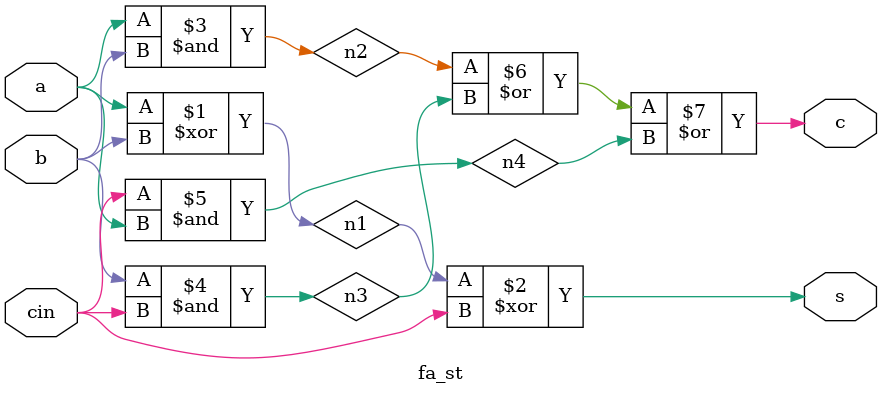
<source format=v>
module fa_st(s,c,a,b,cin);
  input a,b,cin;
  output s,c;
  wire n1,n2,n3,n4;
  xor xor1(n1,a,b);
  xor xor2(s,n1,cin);
  and and1(n2,a,b);
  and and2(n3,b,cin);
  and and3(n4,cin,a);
  or or1(c,n2,n3,n4);
endmodule

</source>
